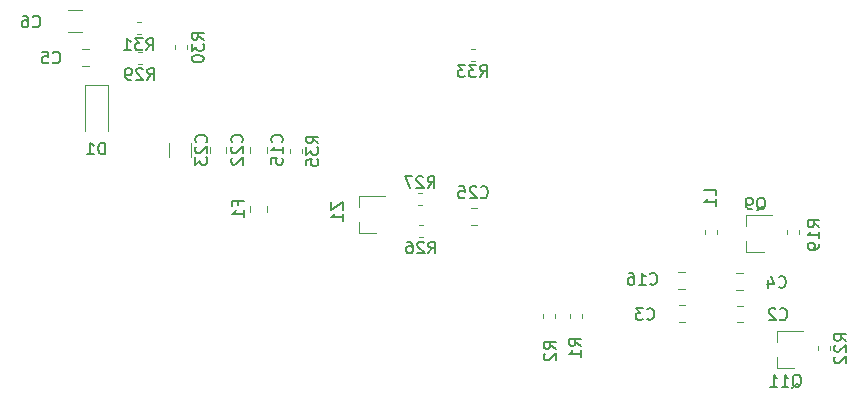
<source format=gbr>
G04 #@! TF.GenerationSoftware,KiCad,Pcbnew,(5.1.2-1)-1*
G04 #@! TF.CreationDate,2019-06-03T10:07:55+02:00*
G04 #@! TF.ProjectId,Dash,44617368-2e6b-4696-9361-645f70636258,rev?*
G04 #@! TF.SameCoordinates,Original*
G04 #@! TF.FileFunction,Legend,Bot*
G04 #@! TF.FilePolarity,Positive*
%FSLAX46Y46*%
G04 Gerber Fmt 4.6, Leading zero omitted, Abs format (unit mm)*
G04 Created by KiCad (PCBNEW (5.1.2-1)-1) date 2019-06-03 10:07:55*
%MOMM*%
%LPD*%
G04 APERTURE LIST*
%ADD10C,0.120000*%
%ADD11C,0.150000*%
G04 APERTURE END LIST*
D10*
X117590000Y-65702064D02*
X117590000Y-64497936D01*
X119410000Y-65702064D02*
X119410000Y-64497936D01*
X110202064Y-55110000D02*
X108997936Y-55110000D01*
X110202064Y-53290000D02*
X108997936Y-53290000D01*
X125810000Y-69838748D02*
X125810000Y-70361252D01*
X124390000Y-69838748D02*
X124390000Y-70361252D01*
X169040000Y-83580000D02*
X170500000Y-83580000D01*
X169040000Y-80420000D02*
X171200000Y-80420000D01*
X169040000Y-80420000D02*
X169040000Y-81350000D01*
X169040000Y-83580000D02*
X169040000Y-82650000D01*
X166440000Y-73780000D02*
X167900000Y-73780000D01*
X166440000Y-70620000D02*
X168600000Y-70620000D01*
X166440000Y-70620000D02*
X166440000Y-71550000D01*
X166440000Y-73780000D02*
X166440000Y-72850000D01*
X165605224Y-78296154D02*
X166127728Y-78296154D01*
X165605224Y-79716154D02*
X166127728Y-79716154D01*
X161211252Y-78260000D02*
X160688748Y-78260000D01*
X161211252Y-79680000D02*
X160688748Y-79680000D01*
X165593748Y-75550000D02*
X166116252Y-75550000D01*
X165593748Y-76970000D02*
X166116252Y-76970000D01*
X110736252Y-58010000D02*
X110213748Y-58010000D01*
X110736252Y-56590000D02*
X110213748Y-56590000D01*
X124390000Y-65361252D02*
X124390000Y-64838748D01*
X125810000Y-65361252D02*
X125810000Y-64838748D01*
X161201252Y-75470000D02*
X160678748Y-75470000D01*
X161201252Y-76890000D02*
X160678748Y-76890000D01*
X122410000Y-65361252D02*
X122410000Y-64838748D01*
X120990000Y-65361252D02*
X120990000Y-64838748D01*
X143138748Y-71460000D02*
X143661252Y-71460000D01*
X143138748Y-70040000D02*
X143661252Y-70040000D01*
X151460000Y-79008733D02*
X151460000Y-79351267D01*
X152480000Y-79008733D02*
X152480000Y-79351267D01*
X150270000Y-79391267D02*
X150270000Y-79048733D01*
X149250000Y-79391267D02*
X149250000Y-79048733D01*
X170910000Y-72271267D02*
X170910000Y-71928733D01*
X169890000Y-72271267D02*
X169890000Y-71928733D01*
X173510000Y-82096267D02*
X173510000Y-81753733D01*
X172490000Y-82096267D02*
X172490000Y-81753733D01*
X138703733Y-72510000D02*
X139046267Y-72510000D01*
X138703733Y-71490000D02*
X139046267Y-71490000D01*
X138653733Y-68790000D02*
X138996267Y-68790000D01*
X138653733Y-69810000D02*
X138996267Y-69810000D01*
X114903733Y-56790000D02*
X115246267Y-56790000D01*
X114903733Y-57810000D02*
X115246267Y-57810000D01*
X118090000Y-56596267D02*
X118090000Y-56253733D01*
X119110000Y-56596267D02*
X119110000Y-56253733D01*
X114828733Y-55310000D02*
X115171267Y-55310000D01*
X114828733Y-54290000D02*
X115171267Y-54290000D01*
X143078733Y-57560000D02*
X143421267Y-57560000D01*
X143078733Y-56540000D02*
X143421267Y-56540000D01*
X127790000Y-65371267D02*
X127790000Y-65028733D01*
X128810000Y-65371267D02*
X128810000Y-65028733D01*
X110400000Y-59650000D02*
X112400000Y-59650000D01*
X112400000Y-59650000D02*
X112400000Y-63550000D01*
X110400000Y-59650000D02*
X110400000Y-63550000D01*
X163910000Y-72211267D02*
X163910000Y-71868733D01*
X162890000Y-72211267D02*
X162890000Y-71868733D01*
X133640000Y-72180000D02*
X133640000Y-71250000D01*
X133640000Y-69020000D02*
X133640000Y-69950000D01*
X133640000Y-69020000D02*
X135800000Y-69020000D01*
X133640000Y-72180000D02*
X135100000Y-72180000D01*
D11*
X120677142Y-64457142D02*
X120724761Y-64409523D01*
X120772380Y-64266666D01*
X120772380Y-64171428D01*
X120724761Y-64028571D01*
X120629523Y-63933333D01*
X120534285Y-63885714D01*
X120343809Y-63838095D01*
X120200952Y-63838095D01*
X120010476Y-63885714D01*
X119915238Y-63933333D01*
X119820000Y-64028571D01*
X119772380Y-64171428D01*
X119772380Y-64266666D01*
X119820000Y-64409523D01*
X119867619Y-64457142D01*
X119867619Y-64838095D02*
X119820000Y-64885714D01*
X119772380Y-64980952D01*
X119772380Y-65219047D01*
X119820000Y-65314285D01*
X119867619Y-65361904D01*
X119962857Y-65409523D01*
X120058095Y-65409523D01*
X120200952Y-65361904D01*
X120772380Y-64790476D01*
X120772380Y-65409523D01*
X119772380Y-65742857D02*
X119772380Y-66361904D01*
X120153333Y-66028571D01*
X120153333Y-66171428D01*
X120200952Y-66266666D01*
X120248571Y-66314285D01*
X120343809Y-66361904D01*
X120581904Y-66361904D01*
X120677142Y-66314285D01*
X120724761Y-66266666D01*
X120772380Y-66171428D01*
X120772380Y-65885714D01*
X120724761Y-65790476D01*
X120677142Y-65742857D01*
X106016666Y-54657142D02*
X106064285Y-54704761D01*
X106207142Y-54752380D01*
X106302380Y-54752380D01*
X106445238Y-54704761D01*
X106540476Y-54609523D01*
X106588095Y-54514285D01*
X106635714Y-54323809D01*
X106635714Y-54180952D01*
X106588095Y-53990476D01*
X106540476Y-53895238D01*
X106445238Y-53800000D01*
X106302380Y-53752380D01*
X106207142Y-53752380D01*
X106064285Y-53800000D01*
X106016666Y-53847619D01*
X105159523Y-53752380D02*
X105350000Y-53752380D01*
X105445238Y-53800000D01*
X105492857Y-53847619D01*
X105588095Y-53990476D01*
X105635714Y-54180952D01*
X105635714Y-54561904D01*
X105588095Y-54657142D01*
X105540476Y-54704761D01*
X105445238Y-54752380D01*
X105254761Y-54752380D01*
X105159523Y-54704761D01*
X105111904Y-54657142D01*
X105064285Y-54561904D01*
X105064285Y-54323809D01*
X105111904Y-54228571D01*
X105159523Y-54180952D01*
X105254761Y-54133333D01*
X105445238Y-54133333D01*
X105540476Y-54180952D01*
X105588095Y-54228571D01*
X105635714Y-54323809D01*
X123378571Y-69766666D02*
X123378571Y-69433333D01*
X123902380Y-69433333D02*
X122902380Y-69433333D01*
X122902380Y-69909523D01*
X123902380Y-70814285D02*
X123902380Y-70242857D01*
X123902380Y-70528571D02*
X122902380Y-70528571D01*
X123045238Y-70433333D01*
X123140476Y-70338095D01*
X123188095Y-70242857D01*
X170321428Y-85247619D02*
X170416666Y-85200000D01*
X170511904Y-85104761D01*
X170654761Y-84961904D01*
X170750000Y-84914285D01*
X170845238Y-84914285D01*
X170797619Y-85152380D02*
X170892857Y-85104761D01*
X170988095Y-85009523D01*
X171035714Y-84819047D01*
X171035714Y-84485714D01*
X170988095Y-84295238D01*
X170892857Y-84200000D01*
X170797619Y-84152380D01*
X170607142Y-84152380D01*
X170511904Y-84200000D01*
X170416666Y-84295238D01*
X170369047Y-84485714D01*
X170369047Y-84819047D01*
X170416666Y-85009523D01*
X170511904Y-85104761D01*
X170607142Y-85152380D01*
X170797619Y-85152380D01*
X169416666Y-85152380D02*
X169988095Y-85152380D01*
X169702380Y-85152380D02*
X169702380Y-84152380D01*
X169797619Y-84295238D01*
X169892857Y-84390476D01*
X169988095Y-84438095D01*
X168464285Y-85152380D02*
X169035714Y-85152380D01*
X168750000Y-85152380D02*
X168750000Y-84152380D01*
X168845238Y-84295238D01*
X168940476Y-84390476D01*
X169035714Y-84438095D01*
X167295238Y-70247619D02*
X167390476Y-70200000D01*
X167485714Y-70104761D01*
X167628571Y-69961904D01*
X167723809Y-69914285D01*
X167819047Y-69914285D01*
X167771428Y-70152380D02*
X167866666Y-70104761D01*
X167961904Y-70009523D01*
X168009523Y-69819047D01*
X168009523Y-69485714D01*
X167961904Y-69295238D01*
X167866666Y-69200000D01*
X167771428Y-69152380D01*
X167580952Y-69152380D01*
X167485714Y-69200000D01*
X167390476Y-69295238D01*
X167342857Y-69485714D01*
X167342857Y-69819047D01*
X167390476Y-70009523D01*
X167485714Y-70104761D01*
X167580952Y-70152380D01*
X167771428Y-70152380D01*
X166866666Y-70152380D02*
X166676190Y-70152380D01*
X166580952Y-70104761D01*
X166533333Y-70057142D01*
X166438095Y-69914285D01*
X166390476Y-69723809D01*
X166390476Y-69342857D01*
X166438095Y-69247619D01*
X166485714Y-69200000D01*
X166580952Y-69152380D01*
X166771428Y-69152380D01*
X166866666Y-69200000D01*
X166914285Y-69247619D01*
X166961904Y-69342857D01*
X166961904Y-69580952D01*
X166914285Y-69676190D01*
X166866666Y-69723809D01*
X166771428Y-69771428D01*
X166580952Y-69771428D01*
X166485714Y-69723809D01*
X166438095Y-69676190D01*
X166390476Y-69580952D01*
X169266666Y-79437142D02*
X169314285Y-79484761D01*
X169457142Y-79532380D01*
X169552380Y-79532380D01*
X169695238Y-79484761D01*
X169790476Y-79389523D01*
X169838095Y-79294285D01*
X169885714Y-79103809D01*
X169885714Y-78960952D01*
X169838095Y-78770476D01*
X169790476Y-78675238D01*
X169695238Y-78580000D01*
X169552380Y-78532380D01*
X169457142Y-78532380D01*
X169314285Y-78580000D01*
X169266666Y-78627619D01*
X168885714Y-78627619D02*
X168838095Y-78580000D01*
X168742857Y-78532380D01*
X168504761Y-78532380D01*
X168409523Y-78580000D01*
X168361904Y-78627619D01*
X168314285Y-78722857D01*
X168314285Y-78818095D01*
X168361904Y-78960952D01*
X168933333Y-79532380D01*
X168314285Y-79532380D01*
X158016666Y-79427142D02*
X158064285Y-79474761D01*
X158207142Y-79522380D01*
X158302380Y-79522380D01*
X158445238Y-79474761D01*
X158540476Y-79379523D01*
X158588095Y-79284285D01*
X158635714Y-79093809D01*
X158635714Y-78950952D01*
X158588095Y-78760476D01*
X158540476Y-78665238D01*
X158445238Y-78570000D01*
X158302380Y-78522380D01*
X158207142Y-78522380D01*
X158064285Y-78570000D01*
X158016666Y-78617619D01*
X157683333Y-78522380D02*
X157064285Y-78522380D01*
X157397619Y-78903333D01*
X157254761Y-78903333D01*
X157159523Y-78950952D01*
X157111904Y-78998571D01*
X157064285Y-79093809D01*
X157064285Y-79331904D01*
X157111904Y-79427142D01*
X157159523Y-79474761D01*
X157254761Y-79522380D01*
X157540476Y-79522380D01*
X157635714Y-79474761D01*
X157683333Y-79427142D01*
X169155190Y-76717142D02*
X169202809Y-76764761D01*
X169345666Y-76812380D01*
X169440904Y-76812380D01*
X169583762Y-76764761D01*
X169679000Y-76669523D01*
X169726619Y-76574285D01*
X169774238Y-76383809D01*
X169774238Y-76240952D01*
X169726619Y-76050476D01*
X169679000Y-75955238D01*
X169583762Y-75860000D01*
X169440904Y-75812380D01*
X169345666Y-75812380D01*
X169202809Y-75860000D01*
X169155190Y-75907619D01*
X168298047Y-76145714D02*
X168298047Y-76812380D01*
X168536143Y-75764761D02*
X168774238Y-76479047D01*
X168155190Y-76479047D01*
X107716666Y-57707142D02*
X107764285Y-57754761D01*
X107907142Y-57802380D01*
X108002380Y-57802380D01*
X108145238Y-57754761D01*
X108240476Y-57659523D01*
X108288095Y-57564285D01*
X108335714Y-57373809D01*
X108335714Y-57230952D01*
X108288095Y-57040476D01*
X108240476Y-56945238D01*
X108145238Y-56850000D01*
X108002380Y-56802380D01*
X107907142Y-56802380D01*
X107764285Y-56850000D01*
X107716666Y-56897619D01*
X106811904Y-56802380D02*
X107288095Y-56802380D01*
X107335714Y-57278571D01*
X107288095Y-57230952D01*
X107192857Y-57183333D01*
X106954761Y-57183333D01*
X106859523Y-57230952D01*
X106811904Y-57278571D01*
X106764285Y-57373809D01*
X106764285Y-57611904D01*
X106811904Y-57707142D01*
X106859523Y-57754761D01*
X106954761Y-57802380D01*
X107192857Y-57802380D01*
X107288095Y-57754761D01*
X107335714Y-57707142D01*
X127107142Y-64457142D02*
X127154761Y-64409523D01*
X127202380Y-64266666D01*
X127202380Y-64171428D01*
X127154761Y-64028571D01*
X127059523Y-63933333D01*
X126964285Y-63885714D01*
X126773809Y-63838095D01*
X126630952Y-63838095D01*
X126440476Y-63885714D01*
X126345238Y-63933333D01*
X126250000Y-64028571D01*
X126202380Y-64171428D01*
X126202380Y-64266666D01*
X126250000Y-64409523D01*
X126297619Y-64457142D01*
X127202380Y-65409523D02*
X127202380Y-64838095D01*
X127202380Y-65123809D02*
X126202380Y-65123809D01*
X126345238Y-65028571D01*
X126440476Y-64933333D01*
X126488095Y-64838095D01*
X126202380Y-66314285D02*
X126202380Y-65838095D01*
X126678571Y-65790476D01*
X126630952Y-65838095D01*
X126583333Y-65933333D01*
X126583333Y-66171428D01*
X126630952Y-66266666D01*
X126678571Y-66314285D01*
X126773809Y-66361904D01*
X127011904Y-66361904D01*
X127107142Y-66314285D01*
X127154761Y-66266666D01*
X127202380Y-66171428D01*
X127202380Y-65933333D01*
X127154761Y-65838095D01*
X127107142Y-65790476D01*
X158282857Y-76437142D02*
X158330476Y-76484761D01*
X158473333Y-76532380D01*
X158568571Y-76532380D01*
X158711428Y-76484761D01*
X158806666Y-76389523D01*
X158854285Y-76294285D01*
X158901904Y-76103809D01*
X158901904Y-75960952D01*
X158854285Y-75770476D01*
X158806666Y-75675238D01*
X158711428Y-75580000D01*
X158568571Y-75532380D01*
X158473333Y-75532380D01*
X158330476Y-75580000D01*
X158282857Y-75627619D01*
X157330476Y-76532380D02*
X157901904Y-76532380D01*
X157616190Y-76532380D02*
X157616190Y-75532380D01*
X157711428Y-75675238D01*
X157806666Y-75770476D01*
X157901904Y-75818095D01*
X156473333Y-75532380D02*
X156663809Y-75532380D01*
X156759047Y-75580000D01*
X156806666Y-75627619D01*
X156901904Y-75770476D01*
X156949523Y-75960952D01*
X156949523Y-76341904D01*
X156901904Y-76437142D01*
X156854285Y-76484761D01*
X156759047Y-76532380D01*
X156568571Y-76532380D01*
X156473333Y-76484761D01*
X156425714Y-76437142D01*
X156378095Y-76341904D01*
X156378095Y-76103809D01*
X156425714Y-76008571D01*
X156473333Y-75960952D01*
X156568571Y-75913333D01*
X156759047Y-75913333D01*
X156854285Y-75960952D01*
X156901904Y-76008571D01*
X156949523Y-76103809D01*
X123707142Y-64457142D02*
X123754761Y-64409523D01*
X123802380Y-64266666D01*
X123802380Y-64171428D01*
X123754761Y-64028571D01*
X123659523Y-63933333D01*
X123564285Y-63885714D01*
X123373809Y-63838095D01*
X123230952Y-63838095D01*
X123040476Y-63885714D01*
X122945238Y-63933333D01*
X122850000Y-64028571D01*
X122802380Y-64171428D01*
X122802380Y-64266666D01*
X122850000Y-64409523D01*
X122897619Y-64457142D01*
X122897619Y-64838095D02*
X122850000Y-64885714D01*
X122802380Y-64980952D01*
X122802380Y-65219047D01*
X122850000Y-65314285D01*
X122897619Y-65361904D01*
X122992857Y-65409523D01*
X123088095Y-65409523D01*
X123230952Y-65361904D01*
X123802380Y-64790476D01*
X123802380Y-65409523D01*
X122897619Y-65790476D02*
X122850000Y-65838095D01*
X122802380Y-65933333D01*
X122802380Y-66171428D01*
X122850000Y-66266666D01*
X122897619Y-66314285D01*
X122992857Y-66361904D01*
X123088095Y-66361904D01*
X123230952Y-66314285D01*
X123802380Y-65742857D01*
X123802380Y-66361904D01*
X143942857Y-69107142D02*
X143990476Y-69154761D01*
X144133333Y-69202380D01*
X144228571Y-69202380D01*
X144371428Y-69154761D01*
X144466666Y-69059523D01*
X144514285Y-68964285D01*
X144561904Y-68773809D01*
X144561904Y-68630952D01*
X144514285Y-68440476D01*
X144466666Y-68345238D01*
X144371428Y-68250000D01*
X144228571Y-68202380D01*
X144133333Y-68202380D01*
X143990476Y-68250000D01*
X143942857Y-68297619D01*
X143561904Y-68297619D02*
X143514285Y-68250000D01*
X143419047Y-68202380D01*
X143180952Y-68202380D01*
X143085714Y-68250000D01*
X143038095Y-68297619D01*
X142990476Y-68392857D01*
X142990476Y-68488095D01*
X143038095Y-68630952D01*
X143609523Y-69202380D01*
X142990476Y-69202380D01*
X142085714Y-68202380D02*
X142561904Y-68202380D01*
X142609523Y-68678571D01*
X142561904Y-68630952D01*
X142466666Y-68583333D01*
X142228571Y-68583333D01*
X142133333Y-68630952D01*
X142085714Y-68678571D01*
X142038095Y-68773809D01*
X142038095Y-69011904D01*
X142085714Y-69107142D01*
X142133333Y-69154761D01*
X142228571Y-69202380D01*
X142466666Y-69202380D01*
X142561904Y-69154761D01*
X142609523Y-69107142D01*
X152422380Y-81713333D02*
X151946190Y-81380000D01*
X152422380Y-81141904D02*
X151422380Y-81141904D01*
X151422380Y-81522857D01*
X151470000Y-81618095D01*
X151517619Y-81665714D01*
X151612857Y-81713333D01*
X151755714Y-81713333D01*
X151850952Y-81665714D01*
X151898571Y-81618095D01*
X151946190Y-81522857D01*
X151946190Y-81141904D01*
X152422380Y-82665714D02*
X152422380Y-82094285D01*
X152422380Y-82380000D02*
X151422380Y-82380000D01*
X151565238Y-82284761D01*
X151660476Y-82189523D01*
X151708095Y-82094285D01*
X150272381Y-81978334D02*
X149796191Y-81645001D01*
X150272381Y-81406905D02*
X149272381Y-81406905D01*
X149272381Y-81787858D01*
X149320001Y-81883096D01*
X149367620Y-81930715D01*
X149462858Y-81978334D01*
X149605715Y-81978334D01*
X149700953Y-81930715D01*
X149748572Y-81883096D01*
X149796191Y-81787858D01*
X149796191Y-81406905D01*
X149367620Y-82359286D02*
X149320001Y-82406905D01*
X149272381Y-82502143D01*
X149272381Y-82740239D01*
X149320001Y-82835477D01*
X149367620Y-82883096D01*
X149462858Y-82930715D01*
X149558096Y-82930715D01*
X149700953Y-82883096D01*
X150272381Y-82311667D01*
X150272381Y-82930715D01*
X172622380Y-71657142D02*
X172146190Y-71323809D01*
X172622380Y-71085714D02*
X171622380Y-71085714D01*
X171622380Y-71466666D01*
X171670000Y-71561904D01*
X171717619Y-71609523D01*
X171812857Y-71657142D01*
X171955714Y-71657142D01*
X172050952Y-71609523D01*
X172098571Y-71561904D01*
X172146190Y-71466666D01*
X172146190Y-71085714D01*
X172622380Y-72609523D02*
X172622380Y-72038095D01*
X172622380Y-72323809D02*
X171622380Y-72323809D01*
X171765238Y-72228571D01*
X171860476Y-72133333D01*
X171908095Y-72038095D01*
X172622380Y-73085714D02*
X172622380Y-73276190D01*
X172574761Y-73371428D01*
X172527142Y-73419047D01*
X172384285Y-73514285D01*
X172193809Y-73561904D01*
X171812857Y-73561904D01*
X171717619Y-73514285D01*
X171670000Y-73466666D01*
X171622380Y-73371428D01*
X171622380Y-73180952D01*
X171670000Y-73085714D01*
X171717619Y-73038095D01*
X171812857Y-72990476D01*
X172050952Y-72990476D01*
X172146190Y-73038095D01*
X172193809Y-73085714D01*
X172241428Y-73180952D01*
X172241428Y-73371428D01*
X172193809Y-73466666D01*
X172146190Y-73514285D01*
X172050952Y-73561904D01*
X174882380Y-81282142D02*
X174406190Y-80948809D01*
X174882380Y-80710714D02*
X173882380Y-80710714D01*
X173882380Y-81091666D01*
X173930000Y-81186904D01*
X173977619Y-81234523D01*
X174072857Y-81282142D01*
X174215714Y-81282142D01*
X174310952Y-81234523D01*
X174358571Y-81186904D01*
X174406190Y-81091666D01*
X174406190Y-80710714D01*
X173977619Y-81663095D02*
X173930000Y-81710714D01*
X173882380Y-81805952D01*
X173882380Y-82044047D01*
X173930000Y-82139285D01*
X173977619Y-82186904D01*
X174072857Y-82234523D01*
X174168095Y-82234523D01*
X174310952Y-82186904D01*
X174882380Y-81615476D01*
X174882380Y-82234523D01*
X173977619Y-82615476D02*
X173930000Y-82663095D01*
X173882380Y-82758333D01*
X173882380Y-82996428D01*
X173930000Y-83091666D01*
X173977619Y-83139285D01*
X174072857Y-83186904D01*
X174168095Y-83186904D01*
X174310952Y-83139285D01*
X174882380Y-82567857D01*
X174882380Y-83186904D01*
X139517857Y-73882380D02*
X139851190Y-73406190D01*
X140089285Y-73882380D02*
X140089285Y-72882380D01*
X139708333Y-72882380D01*
X139613095Y-72930000D01*
X139565476Y-72977619D01*
X139517857Y-73072857D01*
X139517857Y-73215714D01*
X139565476Y-73310952D01*
X139613095Y-73358571D01*
X139708333Y-73406190D01*
X140089285Y-73406190D01*
X139136904Y-72977619D02*
X139089285Y-72930000D01*
X138994047Y-72882380D01*
X138755952Y-72882380D01*
X138660714Y-72930000D01*
X138613095Y-72977619D01*
X138565476Y-73072857D01*
X138565476Y-73168095D01*
X138613095Y-73310952D01*
X139184523Y-73882380D01*
X138565476Y-73882380D01*
X137708333Y-72882380D02*
X137898809Y-72882380D01*
X137994047Y-72930000D01*
X138041666Y-72977619D01*
X138136904Y-73120476D01*
X138184523Y-73310952D01*
X138184523Y-73691904D01*
X138136904Y-73787142D01*
X138089285Y-73834761D01*
X137994047Y-73882380D01*
X137803571Y-73882380D01*
X137708333Y-73834761D01*
X137660714Y-73787142D01*
X137613095Y-73691904D01*
X137613095Y-73453809D01*
X137660714Y-73358571D01*
X137708333Y-73310952D01*
X137803571Y-73263333D01*
X137994047Y-73263333D01*
X138089285Y-73310952D01*
X138136904Y-73358571D01*
X138184523Y-73453809D01*
X139442857Y-68352380D02*
X139776190Y-67876190D01*
X140014285Y-68352380D02*
X140014285Y-67352380D01*
X139633333Y-67352380D01*
X139538095Y-67400000D01*
X139490476Y-67447619D01*
X139442857Y-67542857D01*
X139442857Y-67685714D01*
X139490476Y-67780952D01*
X139538095Y-67828571D01*
X139633333Y-67876190D01*
X140014285Y-67876190D01*
X139061904Y-67447619D02*
X139014285Y-67400000D01*
X138919047Y-67352380D01*
X138680952Y-67352380D01*
X138585714Y-67400000D01*
X138538095Y-67447619D01*
X138490476Y-67542857D01*
X138490476Y-67638095D01*
X138538095Y-67780952D01*
X139109523Y-68352380D01*
X138490476Y-68352380D01*
X138157142Y-67352380D02*
X137490476Y-67352380D01*
X137919047Y-68352380D01*
X115717857Y-59182380D02*
X116051190Y-58706190D01*
X116289285Y-59182380D02*
X116289285Y-58182380D01*
X115908333Y-58182380D01*
X115813095Y-58230000D01*
X115765476Y-58277619D01*
X115717857Y-58372857D01*
X115717857Y-58515714D01*
X115765476Y-58610952D01*
X115813095Y-58658571D01*
X115908333Y-58706190D01*
X116289285Y-58706190D01*
X115336904Y-58277619D02*
X115289285Y-58230000D01*
X115194047Y-58182380D01*
X114955952Y-58182380D01*
X114860714Y-58230000D01*
X114813095Y-58277619D01*
X114765476Y-58372857D01*
X114765476Y-58468095D01*
X114813095Y-58610952D01*
X115384523Y-59182380D01*
X114765476Y-59182380D01*
X114289285Y-59182380D02*
X114098809Y-59182380D01*
X114003571Y-59134761D01*
X113955952Y-59087142D01*
X113860714Y-58944285D01*
X113813095Y-58753809D01*
X113813095Y-58372857D01*
X113860714Y-58277619D01*
X113908333Y-58230000D01*
X114003571Y-58182380D01*
X114194047Y-58182380D01*
X114289285Y-58230000D01*
X114336904Y-58277619D01*
X114384523Y-58372857D01*
X114384523Y-58610952D01*
X114336904Y-58706190D01*
X114289285Y-58753809D01*
X114194047Y-58801428D01*
X114003571Y-58801428D01*
X113908333Y-58753809D01*
X113860714Y-58706190D01*
X113813095Y-58610952D01*
X120482380Y-55782142D02*
X120006190Y-55448809D01*
X120482380Y-55210714D02*
X119482380Y-55210714D01*
X119482380Y-55591666D01*
X119530000Y-55686904D01*
X119577619Y-55734523D01*
X119672857Y-55782142D01*
X119815714Y-55782142D01*
X119910952Y-55734523D01*
X119958571Y-55686904D01*
X120006190Y-55591666D01*
X120006190Y-55210714D01*
X119482380Y-56115476D02*
X119482380Y-56734523D01*
X119863333Y-56401190D01*
X119863333Y-56544047D01*
X119910952Y-56639285D01*
X119958571Y-56686904D01*
X120053809Y-56734523D01*
X120291904Y-56734523D01*
X120387142Y-56686904D01*
X120434761Y-56639285D01*
X120482380Y-56544047D01*
X120482380Y-56258333D01*
X120434761Y-56163095D01*
X120387142Y-56115476D01*
X119482380Y-57353571D02*
X119482380Y-57448809D01*
X119530000Y-57544047D01*
X119577619Y-57591666D01*
X119672857Y-57639285D01*
X119863333Y-57686904D01*
X120101428Y-57686904D01*
X120291904Y-57639285D01*
X120387142Y-57591666D01*
X120434761Y-57544047D01*
X120482380Y-57448809D01*
X120482380Y-57353571D01*
X120434761Y-57258333D01*
X120387142Y-57210714D01*
X120291904Y-57163095D01*
X120101428Y-57115476D01*
X119863333Y-57115476D01*
X119672857Y-57163095D01*
X119577619Y-57210714D01*
X119530000Y-57258333D01*
X119482380Y-57353571D01*
X115642857Y-56682380D02*
X115976190Y-56206190D01*
X116214285Y-56682380D02*
X116214285Y-55682380D01*
X115833333Y-55682380D01*
X115738095Y-55730000D01*
X115690476Y-55777619D01*
X115642857Y-55872857D01*
X115642857Y-56015714D01*
X115690476Y-56110952D01*
X115738095Y-56158571D01*
X115833333Y-56206190D01*
X116214285Y-56206190D01*
X115309523Y-55682380D02*
X114690476Y-55682380D01*
X115023809Y-56063333D01*
X114880952Y-56063333D01*
X114785714Y-56110952D01*
X114738095Y-56158571D01*
X114690476Y-56253809D01*
X114690476Y-56491904D01*
X114738095Y-56587142D01*
X114785714Y-56634761D01*
X114880952Y-56682380D01*
X115166666Y-56682380D01*
X115261904Y-56634761D01*
X115309523Y-56587142D01*
X113738095Y-56682380D02*
X114309523Y-56682380D01*
X114023809Y-56682380D02*
X114023809Y-55682380D01*
X114119047Y-55825238D01*
X114214285Y-55920476D01*
X114309523Y-55968095D01*
X143892857Y-58932380D02*
X144226190Y-58456190D01*
X144464285Y-58932380D02*
X144464285Y-57932380D01*
X144083333Y-57932380D01*
X143988095Y-57980000D01*
X143940476Y-58027619D01*
X143892857Y-58122857D01*
X143892857Y-58265714D01*
X143940476Y-58360952D01*
X143988095Y-58408571D01*
X144083333Y-58456190D01*
X144464285Y-58456190D01*
X143559523Y-57932380D02*
X142940476Y-57932380D01*
X143273809Y-58313333D01*
X143130952Y-58313333D01*
X143035714Y-58360952D01*
X142988095Y-58408571D01*
X142940476Y-58503809D01*
X142940476Y-58741904D01*
X142988095Y-58837142D01*
X143035714Y-58884761D01*
X143130952Y-58932380D01*
X143416666Y-58932380D01*
X143511904Y-58884761D01*
X143559523Y-58837142D01*
X142607142Y-57932380D02*
X141988095Y-57932380D01*
X142321428Y-58313333D01*
X142178571Y-58313333D01*
X142083333Y-58360952D01*
X142035714Y-58408571D01*
X141988095Y-58503809D01*
X141988095Y-58741904D01*
X142035714Y-58837142D01*
X142083333Y-58884761D01*
X142178571Y-58932380D01*
X142464285Y-58932380D01*
X142559523Y-58884761D01*
X142607142Y-58837142D01*
X130182380Y-64557142D02*
X129706190Y-64223809D01*
X130182380Y-63985714D02*
X129182380Y-63985714D01*
X129182380Y-64366666D01*
X129230000Y-64461904D01*
X129277619Y-64509523D01*
X129372857Y-64557142D01*
X129515714Y-64557142D01*
X129610952Y-64509523D01*
X129658571Y-64461904D01*
X129706190Y-64366666D01*
X129706190Y-63985714D01*
X129182380Y-64890476D02*
X129182380Y-65509523D01*
X129563333Y-65176190D01*
X129563333Y-65319047D01*
X129610952Y-65414285D01*
X129658571Y-65461904D01*
X129753809Y-65509523D01*
X129991904Y-65509523D01*
X130087142Y-65461904D01*
X130134761Y-65414285D01*
X130182380Y-65319047D01*
X130182380Y-65033333D01*
X130134761Y-64938095D01*
X130087142Y-64890476D01*
X129182380Y-66414285D02*
X129182380Y-65938095D01*
X129658571Y-65890476D01*
X129610952Y-65938095D01*
X129563333Y-66033333D01*
X129563333Y-66271428D01*
X129610952Y-66366666D01*
X129658571Y-66414285D01*
X129753809Y-66461904D01*
X129991904Y-66461904D01*
X130087142Y-66414285D01*
X130134761Y-66366666D01*
X130182380Y-66271428D01*
X130182380Y-66033333D01*
X130134761Y-65938095D01*
X130087142Y-65890476D01*
X112138095Y-65502380D02*
X112138095Y-64502380D01*
X111900000Y-64502380D01*
X111757142Y-64550000D01*
X111661904Y-64645238D01*
X111614285Y-64740476D01*
X111566666Y-64930952D01*
X111566666Y-65073809D01*
X111614285Y-65264285D01*
X111661904Y-65359523D01*
X111757142Y-65454761D01*
X111900000Y-65502380D01*
X112138095Y-65502380D01*
X110614285Y-65502380D02*
X111185714Y-65502380D01*
X110900000Y-65502380D02*
X110900000Y-64502380D01*
X110995238Y-64645238D01*
X111090476Y-64740476D01*
X111185714Y-64788095D01*
X163852380Y-68973333D02*
X163852380Y-68497142D01*
X162852380Y-68497142D01*
X163852380Y-69830476D02*
X163852380Y-69259047D01*
X163852380Y-69544761D02*
X162852380Y-69544761D01*
X162995238Y-69449523D01*
X163090476Y-69354285D01*
X163138095Y-69259047D01*
X131252380Y-69540476D02*
X131252380Y-70207142D01*
X132252380Y-69540476D01*
X132252380Y-70207142D01*
X132252380Y-71111904D02*
X132252380Y-70540476D01*
X132252380Y-70826190D02*
X131252380Y-70826190D01*
X131395238Y-70730952D01*
X131490476Y-70635714D01*
X131538095Y-70540476D01*
M02*

</source>
